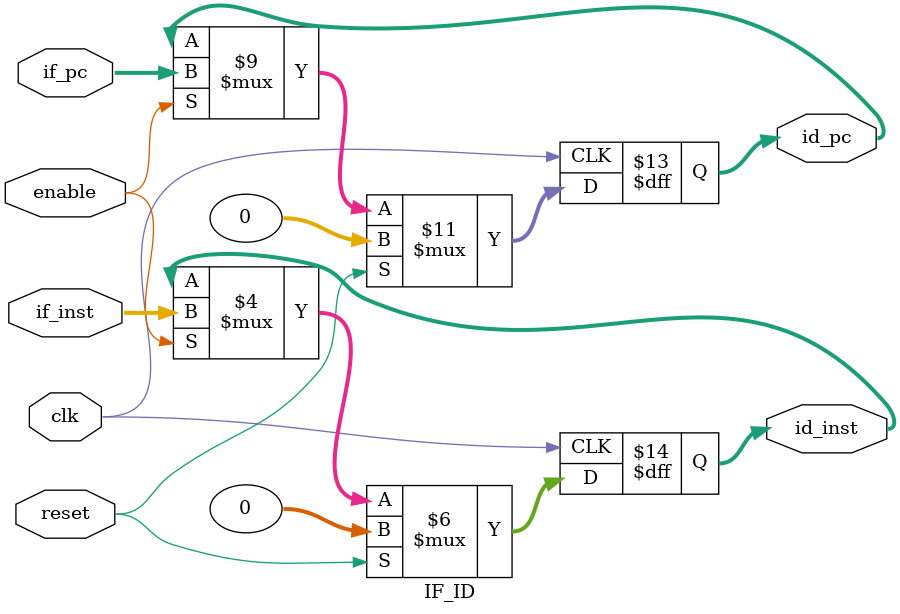
<source format=v>
module IF_ID (
	input clk,
	input reset,
	input enable,
	// Datapath
	input [31:0] if_pc,
	input [31:0] if_inst,

	output reg [31:0] id_pc,
	output reg [31:0] id_inst	
);
always @(posedge clk) begin
	if (reset != 1'b1) begin
		if (enable) begin
			id_pc <= if_pc;
			id_inst <= if_inst;
		end
	end
	else begin
		id_pc <= 32'b0;
		id_inst <= 32'b0;
	end
end
endmodule

</source>
